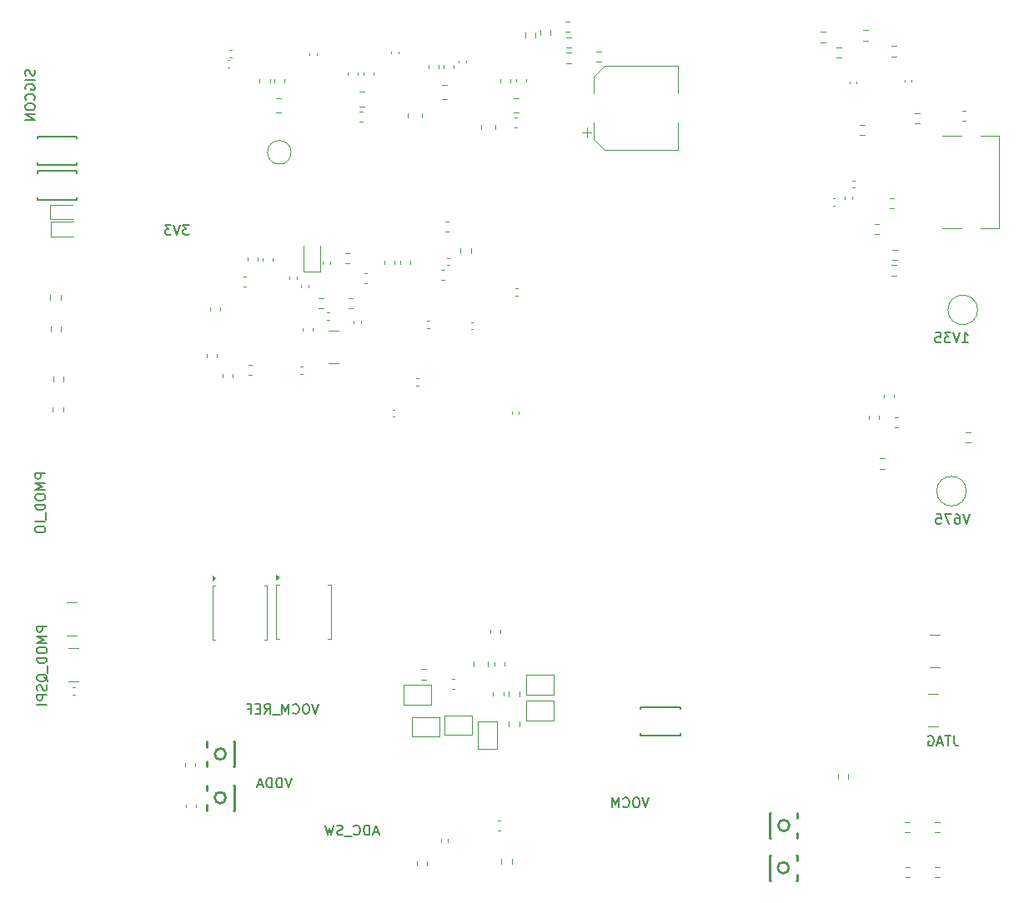
<source format=gbr>
G04 #@! TF.GenerationSoftware,KiCad,Pcbnew,9.0.3-9.0.3-0~ubuntu24.04.1*
G04 #@! TF.CreationDate,2025-07-25T17:12:14+02:00*
G04 #@! TF.ProjectId,acoustic-carrier-board,61636f75-7374-4696-932d-636172726965,rev?*
G04 #@! TF.SameCoordinates,Original*
G04 #@! TF.FileFunction,Legend,Bot*
G04 #@! TF.FilePolarity,Positive*
%FSLAX46Y46*%
G04 Gerber Fmt 4.6, Leading zero omitted, Abs format (unit mm)*
G04 Created by KiCad (PCBNEW 9.0.3-9.0.3-0~ubuntu24.04.1) date 2025-07-25 17:12:14*
%MOMM*%
%LPD*%
G01*
G04 APERTURE LIST*
%ADD10C,0.160000*%
%ADD11C,0.127000*%
%ADD12C,0.120000*%
%ADD13C,0.254000*%
G04 APERTURE END LIST*
D10*
X141182832Y-86709299D02*
X141754260Y-86709299D01*
X141468546Y-86709299D02*
X141468546Y-85709299D01*
X141468546Y-85709299D02*
X141563784Y-85852156D01*
X141563784Y-85852156D02*
X141659022Y-85947394D01*
X141659022Y-85947394D02*
X141754260Y-85995013D01*
X140897117Y-85709299D02*
X140563784Y-86709299D01*
X140563784Y-86709299D02*
X140230451Y-85709299D01*
X139992355Y-85709299D02*
X139373308Y-85709299D01*
X139373308Y-85709299D02*
X139706641Y-86090251D01*
X139706641Y-86090251D02*
X139563784Y-86090251D01*
X139563784Y-86090251D02*
X139468546Y-86137870D01*
X139468546Y-86137870D02*
X139420927Y-86185489D01*
X139420927Y-86185489D02*
X139373308Y-86280727D01*
X139373308Y-86280727D02*
X139373308Y-86518822D01*
X139373308Y-86518822D02*
X139420927Y-86614060D01*
X139420927Y-86614060D02*
X139468546Y-86661680D01*
X139468546Y-86661680D02*
X139563784Y-86709299D01*
X139563784Y-86709299D02*
X139849498Y-86709299D01*
X139849498Y-86709299D02*
X139944736Y-86661680D01*
X139944736Y-86661680D02*
X139992355Y-86614060D01*
X138468546Y-85709299D02*
X138944736Y-85709299D01*
X138944736Y-85709299D02*
X138992355Y-86185489D01*
X138992355Y-86185489D02*
X138944736Y-86137870D01*
X138944736Y-86137870D02*
X138849498Y-86090251D01*
X138849498Y-86090251D02*
X138611403Y-86090251D01*
X138611403Y-86090251D02*
X138516165Y-86137870D01*
X138516165Y-86137870D02*
X138468546Y-86185489D01*
X138468546Y-86185489D02*
X138420927Y-86280727D01*
X138420927Y-86280727D02*
X138420927Y-86518822D01*
X138420927Y-86518822D02*
X138468546Y-86614060D01*
X138468546Y-86614060D02*
X138516165Y-86661680D01*
X138516165Y-86661680D02*
X138611403Y-86709299D01*
X138611403Y-86709299D02*
X138849498Y-86709299D01*
X138849498Y-86709299D02*
X138944736Y-86661680D01*
X138944736Y-86661680D02*
X138992355Y-86614060D01*
X62671879Y-74759299D02*
X62052832Y-74759299D01*
X62052832Y-74759299D02*
X62386165Y-75140251D01*
X62386165Y-75140251D02*
X62243308Y-75140251D01*
X62243308Y-75140251D02*
X62148070Y-75187870D01*
X62148070Y-75187870D02*
X62100451Y-75235489D01*
X62100451Y-75235489D02*
X62052832Y-75330727D01*
X62052832Y-75330727D02*
X62052832Y-75568822D01*
X62052832Y-75568822D02*
X62100451Y-75664060D01*
X62100451Y-75664060D02*
X62148070Y-75711680D01*
X62148070Y-75711680D02*
X62243308Y-75759299D01*
X62243308Y-75759299D02*
X62529022Y-75759299D01*
X62529022Y-75759299D02*
X62624260Y-75711680D01*
X62624260Y-75711680D02*
X62671879Y-75664060D01*
X61767117Y-74759299D02*
X61433784Y-75759299D01*
X61433784Y-75759299D02*
X61100451Y-74759299D01*
X60862355Y-74759299D02*
X60243308Y-74759299D01*
X60243308Y-74759299D02*
X60576641Y-75140251D01*
X60576641Y-75140251D02*
X60433784Y-75140251D01*
X60433784Y-75140251D02*
X60338546Y-75187870D01*
X60338546Y-75187870D02*
X60290927Y-75235489D01*
X60290927Y-75235489D02*
X60243308Y-75330727D01*
X60243308Y-75330727D02*
X60243308Y-75568822D01*
X60243308Y-75568822D02*
X60290927Y-75664060D01*
X60290927Y-75664060D02*
X60338546Y-75711680D01*
X60338546Y-75711680D02*
X60433784Y-75759299D01*
X60433784Y-75759299D02*
X60719498Y-75759299D01*
X60719498Y-75759299D02*
X60814736Y-75711680D01*
X60814736Y-75711680D02*
X60862355Y-75664060D01*
X48059299Y-99973358D02*
X47059299Y-99973358D01*
X47059299Y-99973358D02*
X47059299Y-100354310D01*
X47059299Y-100354310D02*
X47106918Y-100449548D01*
X47106918Y-100449548D02*
X47154537Y-100497167D01*
X47154537Y-100497167D02*
X47249775Y-100544786D01*
X47249775Y-100544786D02*
X47392632Y-100544786D01*
X47392632Y-100544786D02*
X47487870Y-100497167D01*
X47487870Y-100497167D02*
X47535489Y-100449548D01*
X47535489Y-100449548D02*
X47583108Y-100354310D01*
X47583108Y-100354310D02*
X47583108Y-99973358D01*
X48059299Y-100973358D02*
X47059299Y-100973358D01*
X47059299Y-100973358D02*
X47773584Y-101306691D01*
X47773584Y-101306691D02*
X47059299Y-101640024D01*
X47059299Y-101640024D02*
X48059299Y-101640024D01*
X47059299Y-102306691D02*
X47059299Y-102497167D01*
X47059299Y-102497167D02*
X47106918Y-102592405D01*
X47106918Y-102592405D02*
X47202156Y-102687643D01*
X47202156Y-102687643D02*
X47392632Y-102735262D01*
X47392632Y-102735262D02*
X47725965Y-102735262D01*
X47725965Y-102735262D02*
X47916441Y-102687643D01*
X47916441Y-102687643D02*
X48011680Y-102592405D01*
X48011680Y-102592405D02*
X48059299Y-102497167D01*
X48059299Y-102497167D02*
X48059299Y-102306691D01*
X48059299Y-102306691D02*
X48011680Y-102211453D01*
X48011680Y-102211453D02*
X47916441Y-102116215D01*
X47916441Y-102116215D02*
X47725965Y-102068596D01*
X47725965Y-102068596D02*
X47392632Y-102068596D01*
X47392632Y-102068596D02*
X47202156Y-102116215D01*
X47202156Y-102116215D02*
X47106918Y-102211453D01*
X47106918Y-102211453D02*
X47059299Y-102306691D01*
X48059299Y-103163834D02*
X47059299Y-103163834D01*
X47059299Y-103163834D02*
X47059299Y-103401929D01*
X47059299Y-103401929D02*
X47106918Y-103544786D01*
X47106918Y-103544786D02*
X47202156Y-103640024D01*
X47202156Y-103640024D02*
X47297394Y-103687643D01*
X47297394Y-103687643D02*
X47487870Y-103735262D01*
X47487870Y-103735262D02*
X47630727Y-103735262D01*
X47630727Y-103735262D02*
X47821203Y-103687643D01*
X47821203Y-103687643D02*
X47916441Y-103640024D01*
X47916441Y-103640024D02*
X48011680Y-103544786D01*
X48011680Y-103544786D02*
X48059299Y-103401929D01*
X48059299Y-103401929D02*
X48059299Y-103163834D01*
X48154537Y-103925739D02*
X48154537Y-104687643D01*
X48059299Y-104925739D02*
X47059299Y-104925739D01*
X47059299Y-105592405D02*
X47059299Y-105782881D01*
X47059299Y-105782881D02*
X47106918Y-105878119D01*
X47106918Y-105878119D02*
X47202156Y-105973357D01*
X47202156Y-105973357D02*
X47392632Y-106020976D01*
X47392632Y-106020976D02*
X47725965Y-106020976D01*
X47725965Y-106020976D02*
X47916441Y-105973357D01*
X47916441Y-105973357D02*
X48011680Y-105878119D01*
X48011680Y-105878119D02*
X48059299Y-105782881D01*
X48059299Y-105782881D02*
X48059299Y-105592405D01*
X48059299Y-105592405D02*
X48011680Y-105497167D01*
X48011680Y-105497167D02*
X47916441Y-105401929D01*
X47916441Y-105401929D02*
X47725965Y-105354310D01*
X47725965Y-105354310D02*
X47392632Y-105354310D01*
X47392632Y-105354310D02*
X47202156Y-105401929D01*
X47202156Y-105401929D02*
X47106918Y-105497167D01*
X47106918Y-105497167D02*
X47059299Y-105592405D01*
X73079498Y-130929299D02*
X72746165Y-131929299D01*
X72746165Y-131929299D02*
X72412832Y-130929299D01*
X72079498Y-131929299D02*
X72079498Y-130929299D01*
X72079498Y-130929299D02*
X71841403Y-130929299D01*
X71841403Y-130929299D02*
X71698546Y-130976918D01*
X71698546Y-130976918D02*
X71603308Y-131072156D01*
X71603308Y-131072156D02*
X71555689Y-131167394D01*
X71555689Y-131167394D02*
X71508070Y-131357870D01*
X71508070Y-131357870D02*
X71508070Y-131500727D01*
X71508070Y-131500727D02*
X71555689Y-131691203D01*
X71555689Y-131691203D02*
X71603308Y-131786441D01*
X71603308Y-131786441D02*
X71698546Y-131881680D01*
X71698546Y-131881680D02*
X71841403Y-131929299D01*
X71841403Y-131929299D02*
X72079498Y-131929299D01*
X71079498Y-131929299D02*
X71079498Y-130929299D01*
X71079498Y-130929299D02*
X70841403Y-130929299D01*
X70841403Y-130929299D02*
X70698546Y-130976918D01*
X70698546Y-130976918D02*
X70603308Y-131072156D01*
X70603308Y-131072156D02*
X70555689Y-131167394D01*
X70555689Y-131167394D02*
X70508070Y-131357870D01*
X70508070Y-131357870D02*
X70508070Y-131500727D01*
X70508070Y-131500727D02*
X70555689Y-131691203D01*
X70555689Y-131691203D02*
X70603308Y-131786441D01*
X70603308Y-131786441D02*
X70698546Y-131881680D01*
X70698546Y-131881680D02*
X70841403Y-131929299D01*
X70841403Y-131929299D02*
X71079498Y-131929299D01*
X70127117Y-131643584D02*
X69650927Y-131643584D01*
X70222355Y-131929299D02*
X69889022Y-130929299D01*
X69889022Y-130929299D02*
X69555689Y-131929299D01*
X109369498Y-132949299D02*
X109036165Y-133949299D01*
X109036165Y-133949299D02*
X108702832Y-132949299D01*
X108179022Y-132949299D02*
X107988546Y-132949299D01*
X107988546Y-132949299D02*
X107893308Y-132996918D01*
X107893308Y-132996918D02*
X107798070Y-133092156D01*
X107798070Y-133092156D02*
X107750451Y-133282632D01*
X107750451Y-133282632D02*
X107750451Y-133615965D01*
X107750451Y-133615965D02*
X107798070Y-133806441D01*
X107798070Y-133806441D02*
X107893308Y-133901680D01*
X107893308Y-133901680D02*
X107988546Y-133949299D01*
X107988546Y-133949299D02*
X108179022Y-133949299D01*
X108179022Y-133949299D02*
X108274260Y-133901680D01*
X108274260Y-133901680D02*
X108369498Y-133806441D01*
X108369498Y-133806441D02*
X108417117Y-133615965D01*
X108417117Y-133615965D02*
X108417117Y-133282632D01*
X108417117Y-133282632D02*
X108369498Y-133092156D01*
X108369498Y-133092156D02*
X108274260Y-132996918D01*
X108274260Y-132996918D02*
X108179022Y-132949299D01*
X106750451Y-133854060D02*
X106798070Y-133901680D01*
X106798070Y-133901680D02*
X106940927Y-133949299D01*
X106940927Y-133949299D02*
X107036165Y-133949299D01*
X107036165Y-133949299D02*
X107179022Y-133901680D01*
X107179022Y-133901680D02*
X107274260Y-133806441D01*
X107274260Y-133806441D02*
X107321879Y-133711203D01*
X107321879Y-133711203D02*
X107369498Y-133520727D01*
X107369498Y-133520727D02*
X107369498Y-133377870D01*
X107369498Y-133377870D02*
X107321879Y-133187394D01*
X107321879Y-133187394D02*
X107274260Y-133092156D01*
X107274260Y-133092156D02*
X107179022Y-132996918D01*
X107179022Y-132996918D02*
X107036165Y-132949299D01*
X107036165Y-132949299D02*
X106940927Y-132949299D01*
X106940927Y-132949299D02*
X106798070Y-132996918D01*
X106798070Y-132996918D02*
X106750451Y-133044537D01*
X106321879Y-133949299D02*
X106321879Y-132949299D01*
X106321879Y-132949299D02*
X105988546Y-133663584D01*
X105988546Y-133663584D02*
X105655213Y-132949299D01*
X105655213Y-132949299D02*
X105655213Y-133949299D01*
X140340927Y-126669299D02*
X140340927Y-127383584D01*
X140340927Y-127383584D02*
X140388546Y-127526441D01*
X140388546Y-127526441D02*
X140483784Y-127621680D01*
X140483784Y-127621680D02*
X140626641Y-127669299D01*
X140626641Y-127669299D02*
X140721879Y-127669299D01*
X140007593Y-126669299D02*
X139436165Y-126669299D01*
X139721879Y-127669299D02*
X139721879Y-126669299D01*
X139150450Y-127383584D02*
X138674260Y-127383584D01*
X139245688Y-127669299D02*
X138912355Y-126669299D01*
X138912355Y-126669299D02*
X138579022Y-127669299D01*
X137721879Y-126716918D02*
X137817117Y-126669299D01*
X137817117Y-126669299D02*
X137959974Y-126669299D01*
X137959974Y-126669299D02*
X138102831Y-126716918D01*
X138102831Y-126716918D02*
X138198069Y-126812156D01*
X138198069Y-126812156D02*
X138245688Y-126907394D01*
X138245688Y-126907394D02*
X138293307Y-127097870D01*
X138293307Y-127097870D02*
X138293307Y-127240727D01*
X138293307Y-127240727D02*
X138245688Y-127431203D01*
X138245688Y-127431203D02*
X138198069Y-127526441D01*
X138198069Y-127526441D02*
X138102831Y-127621680D01*
X138102831Y-127621680D02*
X137959974Y-127669299D01*
X137959974Y-127669299D02*
X137864736Y-127669299D01*
X137864736Y-127669299D02*
X137721879Y-127621680D01*
X137721879Y-127621680D02*
X137674260Y-127574060D01*
X137674260Y-127574060D02*
X137674260Y-127240727D01*
X137674260Y-127240727D02*
X137864736Y-127240727D01*
X141899498Y-104129299D02*
X141566165Y-105129299D01*
X141566165Y-105129299D02*
X141232832Y-104129299D01*
X140470927Y-104129299D02*
X140661403Y-104129299D01*
X140661403Y-104129299D02*
X140756641Y-104176918D01*
X140756641Y-104176918D02*
X140804260Y-104224537D01*
X140804260Y-104224537D02*
X140899498Y-104367394D01*
X140899498Y-104367394D02*
X140947117Y-104557870D01*
X140947117Y-104557870D02*
X140947117Y-104938822D01*
X140947117Y-104938822D02*
X140899498Y-105034060D01*
X140899498Y-105034060D02*
X140851879Y-105081680D01*
X140851879Y-105081680D02*
X140756641Y-105129299D01*
X140756641Y-105129299D02*
X140566165Y-105129299D01*
X140566165Y-105129299D02*
X140470927Y-105081680D01*
X140470927Y-105081680D02*
X140423308Y-105034060D01*
X140423308Y-105034060D02*
X140375689Y-104938822D01*
X140375689Y-104938822D02*
X140375689Y-104700727D01*
X140375689Y-104700727D02*
X140423308Y-104605489D01*
X140423308Y-104605489D02*
X140470927Y-104557870D01*
X140470927Y-104557870D02*
X140566165Y-104510251D01*
X140566165Y-104510251D02*
X140756641Y-104510251D01*
X140756641Y-104510251D02*
X140851879Y-104557870D01*
X140851879Y-104557870D02*
X140899498Y-104605489D01*
X140899498Y-104605489D02*
X140947117Y-104700727D01*
X140042355Y-104129299D02*
X139375689Y-104129299D01*
X139375689Y-104129299D02*
X139804260Y-105129299D01*
X138518546Y-104129299D02*
X138994736Y-104129299D01*
X138994736Y-104129299D02*
X139042355Y-104605489D01*
X139042355Y-104605489D02*
X138994736Y-104557870D01*
X138994736Y-104557870D02*
X138899498Y-104510251D01*
X138899498Y-104510251D02*
X138661403Y-104510251D01*
X138661403Y-104510251D02*
X138566165Y-104557870D01*
X138566165Y-104557870D02*
X138518546Y-104605489D01*
X138518546Y-104605489D02*
X138470927Y-104700727D01*
X138470927Y-104700727D02*
X138470927Y-104938822D01*
X138470927Y-104938822D02*
X138518546Y-105034060D01*
X138518546Y-105034060D02*
X138566165Y-105081680D01*
X138566165Y-105081680D02*
X138661403Y-105129299D01*
X138661403Y-105129299D02*
X138899498Y-105129299D01*
X138899498Y-105129299D02*
X138994736Y-105081680D01*
X138994736Y-105081680D02*
X139042355Y-105034060D01*
X48229299Y-115543358D02*
X47229299Y-115543358D01*
X47229299Y-115543358D02*
X47229299Y-115924310D01*
X47229299Y-115924310D02*
X47276918Y-116019548D01*
X47276918Y-116019548D02*
X47324537Y-116067167D01*
X47324537Y-116067167D02*
X47419775Y-116114786D01*
X47419775Y-116114786D02*
X47562632Y-116114786D01*
X47562632Y-116114786D02*
X47657870Y-116067167D01*
X47657870Y-116067167D02*
X47705489Y-116019548D01*
X47705489Y-116019548D02*
X47753108Y-115924310D01*
X47753108Y-115924310D02*
X47753108Y-115543358D01*
X48229299Y-116543358D02*
X47229299Y-116543358D01*
X47229299Y-116543358D02*
X47943584Y-116876691D01*
X47943584Y-116876691D02*
X47229299Y-117210024D01*
X47229299Y-117210024D02*
X48229299Y-117210024D01*
X47229299Y-117876691D02*
X47229299Y-118067167D01*
X47229299Y-118067167D02*
X47276918Y-118162405D01*
X47276918Y-118162405D02*
X47372156Y-118257643D01*
X47372156Y-118257643D02*
X47562632Y-118305262D01*
X47562632Y-118305262D02*
X47895965Y-118305262D01*
X47895965Y-118305262D02*
X48086441Y-118257643D01*
X48086441Y-118257643D02*
X48181680Y-118162405D01*
X48181680Y-118162405D02*
X48229299Y-118067167D01*
X48229299Y-118067167D02*
X48229299Y-117876691D01*
X48229299Y-117876691D02*
X48181680Y-117781453D01*
X48181680Y-117781453D02*
X48086441Y-117686215D01*
X48086441Y-117686215D02*
X47895965Y-117638596D01*
X47895965Y-117638596D02*
X47562632Y-117638596D01*
X47562632Y-117638596D02*
X47372156Y-117686215D01*
X47372156Y-117686215D02*
X47276918Y-117781453D01*
X47276918Y-117781453D02*
X47229299Y-117876691D01*
X48229299Y-118733834D02*
X47229299Y-118733834D01*
X47229299Y-118733834D02*
X47229299Y-118971929D01*
X47229299Y-118971929D02*
X47276918Y-119114786D01*
X47276918Y-119114786D02*
X47372156Y-119210024D01*
X47372156Y-119210024D02*
X47467394Y-119257643D01*
X47467394Y-119257643D02*
X47657870Y-119305262D01*
X47657870Y-119305262D02*
X47800727Y-119305262D01*
X47800727Y-119305262D02*
X47991203Y-119257643D01*
X47991203Y-119257643D02*
X48086441Y-119210024D01*
X48086441Y-119210024D02*
X48181680Y-119114786D01*
X48181680Y-119114786D02*
X48229299Y-118971929D01*
X48229299Y-118971929D02*
X48229299Y-118733834D01*
X48324537Y-119495739D02*
X48324537Y-120257643D01*
X48324537Y-121162405D02*
X48276918Y-121067167D01*
X48276918Y-121067167D02*
X48181680Y-120971929D01*
X48181680Y-120971929D02*
X48038822Y-120829072D01*
X48038822Y-120829072D02*
X47991203Y-120733834D01*
X47991203Y-120733834D02*
X47991203Y-120638596D01*
X48229299Y-120686215D02*
X48181680Y-120590977D01*
X48181680Y-120590977D02*
X48086441Y-120495739D01*
X48086441Y-120495739D02*
X47895965Y-120448120D01*
X47895965Y-120448120D02*
X47562632Y-120448120D01*
X47562632Y-120448120D02*
X47372156Y-120495739D01*
X47372156Y-120495739D02*
X47276918Y-120590977D01*
X47276918Y-120590977D02*
X47229299Y-120686215D01*
X47229299Y-120686215D02*
X47229299Y-120876691D01*
X47229299Y-120876691D02*
X47276918Y-120971929D01*
X47276918Y-120971929D02*
X47372156Y-121067167D01*
X47372156Y-121067167D02*
X47562632Y-121114786D01*
X47562632Y-121114786D02*
X47895965Y-121114786D01*
X47895965Y-121114786D02*
X48086441Y-121067167D01*
X48086441Y-121067167D02*
X48181680Y-120971929D01*
X48181680Y-120971929D02*
X48229299Y-120876691D01*
X48229299Y-120876691D02*
X48229299Y-120686215D01*
X48181680Y-121495739D02*
X48229299Y-121638596D01*
X48229299Y-121638596D02*
X48229299Y-121876691D01*
X48229299Y-121876691D02*
X48181680Y-121971929D01*
X48181680Y-121971929D02*
X48134060Y-122019548D01*
X48134060Y-122019548D02*
X48038822Y-122067167D01*
X48038822Y-122067167D02*
X47943584Y-122067167D01*
X47943584Y-122067167D02*
X47848346Y-122019548D01*
X47848346Y-122019548D02*
X47800727Y-121971929D01*
X47800727Y-121971929D02*
X47753108Y-121876691D01*
X47753108Y-121876691D02*
X47705489Y-121686215D01*
X47705489Y-121686215D02*
X47657870Y-121590977D01*
X47657870Y-121590977D02*
X47610251Y-121543358D01*
X47610251Y-121543358D02*
X47515013Y-121495739D01*
X47515013Y-121495739D02*
X47419775Y-121495739D01*
X47419775Y-121495739D02*
X47324537Y-121543358D01*
X47324537Y-121543358D02*
X47276918Y-121590977D01*
X47276918Y-121590977D02*
X47229299Y-121686215D01*
X47229299Y-121686215D02*
X47229299Y-121924310D01*
X47229299Y-121924310D02*
X47276918Y-122067167D01*
X48229299Y-122495739D02*
X47229299Y-122495739D01*
X47229299Y-122495739D02*
X47229299Y-122876691D01*
X47229299Y-122876691D02*
X47276918Y-122971929D01*
X47276918Y-122971929D02*
X47324537Y-123019548D01*
X47324537Y-123019548D02*
X47419775Y-123067167D01*
X47419775Y-123067167D02*
X47562632Y-123067167D01*
X47562632Y-123067167D02*
X47657870Y-123019548D01*
X47657870Y-123019548D02*
X47705489Y-122971929D01*
X47705489Y-122971929D02*
X47753108Y-122876691D01*
X47753108Y-122876691D02*
X47753108Y-122495739D01*
X48229299Y-123495739D02*
X47229299Y-123495739D01*
X81874260Y-136473584D02*
X81398070Y-136473584D01*
X81969498Y-136759299D02*
X81636165Y-135759299D01*
X81636165Y-135759299D02*
X81302832Y-136759299D01*
X80969498Y-136759299D02*
X80969498Y-135759299D01*
X80969498Y-135759299D02*
X80731403Y-135759299D01*
X80731403Y-135759299D02*
X80588546Y-135806918D01*
X80588546Y-135806918D02*
X80493308Y-135902156D01*
X80493308Y-135902156D02*
X80445689Y-135997394D01*
X80445689Y-135997394D02*
X80398070Y-136187870D01*
X80398070Y-136187870D02*
X80398070Y-136330727D01*
X80398070Y-136330727D02*
X80445689Y-136521203D01*
X80445689Y-136521203D02*
X80493308Y-136616441D01*
X80493308Y-136616441D02*
X80588546Y-136711680D01*
X80588546Y-136711680D02*
X80731403Y-136759299D01*
X80731403Y-136759299D02*
X80969498Y-136759299D01*
X79398070Y-136664060D02*
X79445689Y-136711680D01*
X79445689Y-136711680D02*
X79588546Y-136759299D01*
X79588546Y-136759299D02*
X79683784Y-136759299D01*
X79683784Y-136759299D02*
X79826641Y-136711680D01*
X79826641Y-136711680D02*
X79921879Y-136616441D01*
X79921879Y-136616441D02*
X79969498Y-136521203D01*
X79969498Y-136521203D02*
X80017117Y-136330727D01*
X80017117Y-136330727D02*
X80017117Y-136187870D01*
X80017117Y-136187870D02*
X79969498Y-135997394D01*
X79969498Y-135997394D02*
X79921879Y-135902156D01*
X79921879Y-135902156D02*
X79826641Y-135806918D01*
X79826641Y-135806918D02*
X79683784Y-135759299D01*
X79683784Y-135759299D02*
X79588546Y-135759299D01*
X79588546Y-135759299D02*
X79445689Y-135806918D01*
X79445689Y-135806918D02*
X79398070Y-135854537D01*
X79207594Y-136854537D02*
X78445689Y-136854537D01*
X78255212Y-136711680D02*
X78112355Y-136759299D01*
X78112355Y-136759299D02*
X77874260Y-136759299D01*
X77874260Y-136759299D02*
X77779022Y-136711680D01*
X77779022Y-136711680D02*
X77731403Y-136664060D01*
X77731403Y-136664060D02*
X77683784Y-136568822D01*
X77683784Y-136568822D02*
X77683784Y-136473584D01*
X77683784Y-136473584D02*
X77731403Y-136378346D01*
X77731403Y-136378346D02*
X77779022Y-136330727D01*
X77779022Y-136330727D02*
X77874260Y-136283108D01*
X77874260Y-136283108D02*
X78064736Y-136235489D01*
X78064736Y-136235489D02*
X78159974Y-136187870D01*
X78159974Y-136187870D02*
X78207593Y-136140251D01*
X78207593Y-136140251D02*
X78255212Y-136045013D01*
X78255212Y-136045013D02*
X78255212Y-135949775D01*
X78255212Y-135949775D02*
X78207593Y-135854537D01*
X78207593Y-135854537D02*
X78159974Y-135806918D01*
X78159974Y-135806918D02*
X78064736Y-135759299D01*
X78064736Y-135759299D02*
X77826641Y-135759299D01*
X77826641Y-135759299D02*
X77683784Y-135806918D01*
X77350450Y-135759299D02*
X77112355Y-136759299D01*
X77112355Y-136759299D02*
X76921879Y-136045013D01*
X76921879Y-136045013D02*
X76731403Y-136759299D01*
X76731403Y-136759299D02*
X76493308Y-135759299D01*
X75839498Y-123444299D02*
X75506165Y-124444299D01*
X75506165Y-124444299D02*
X75172832Y-123444299D01*
X74649022Y-123444299D02*
X74458546Y-123444299D01*
X74458546Y-123444299D02*
X74363308Y-123491918D01*
X74363308Y-123491918D02*
X74268070Y-123587156D01*
X74268070Y-123587156D02*
X74220451Y-123777632D01*
X74220451Y-123777632D02*
X74220451Y-124110965D01*
X74220451Y-124110965D02*
X74268070Y-124301441D01*
X74268070Y-124301441D02*
X74363308Y-124396680D01*
X74363308Y-124396680D02*
X74458546Y-124444299D01*
X74458546Y-124444299D02*
X74649022Y-124444299D01*
X74649022Y-124444299D02*
X74744260Y-124396680D01*
X74744260Y-124396680D02*
X74839498Y-124301441D01*
X74839498Y-124301441D02*
X74887117Y-124110965D01*
X74887117Y-124110965D02*
X74887117Y-123777632D01*
X74887117Y-123777632D02*
X74839498Y-123587156D01*
X74839498Y-123587156D02*
X74744260Y-123491918D01*
X74744260Y-123491918D02*
X74649022Y-123444299D01*
X73220451Y-124349060D02*
X73268070Y-124396680D01*
X73268070Y-124396680D02*
X73410927Y-124444299D01*
X73410927Y-124444299D02*
X73506165Y-124444299D01*
X73506165Y-124444299D02*
X73649022Y-124396680D01*
X73649022Y-124396680D02*
X73744260Y-124301441D01*
X73744260Y-124301441D02*
X73791879Y-124206203D01*
X73791879Y-124206203D02*
X73839498Y-124015727D01*
X73839498Y-124015727D02*
X73839498Y-123872870D01*
X73839498Y-123872870D02*
X73791879Y-123682394D01*
X73791879Y-123682394D02*
X73744260Y-123587156D01*
X73744260Y-123587156D02*
X73649022Y-123491918D01*
X73649022Y-123491918D02*
X73506165Y-123444299D01*
X73506165Y-123444299D02*
X73410927Y-123444299D01*
X73410927Y-123444299D02*
X73268070Y-123491918D01*
X73268070Y-123491918D02*
X73220451Y-123539537D01*
X72791879Y-124444299D02*
X72791879Y-123444299D01*
X72791879Y-123444299D02*
X72458546Y-124158584D01*
X72458546Y-124158584D02*
X72125213Y-123444299D01*
X72125213Y-123444299D02*
X72125213Y-124444299D01*
X71887118Y-124539537D02*
X71125213Y-124539537D01*
X70315689Y-124444299D02*
X70649022Y-123968108D01*
X70887117Y-124444299D02*
X70887117Y-123444299D01*
X70887117Y-123444299D02*
X70506165Y-123444299D01*
X70506165Y-123444299D02*
X70410927Y-123491918D01*
X70410927Y-123491918D02*
X70363308Y-123539537D01*
X70363308Y-123539537D02*
X70315689Y-123634775D01*
X70315689Y-123634775D02*
X70315689Y-123777632D01*
X70315689Y-123777632D02*
X70363308Y-123872870D01*
X70363308Y-123872870D02*
X70410927Y-123920489D01*
X70410927Y-123920489D02*
X70506165Y-123968108D01*
X70506165Y-123968108D02*
X70887117Y-123968108D01*
X69887117Y-123920489D02*
X69553784Y-123920489D01*
X69410927Y-124444299D02*
X69887117Y-124444299D01*
X69887117Y-124444299D02*
X69887117Y-123444299D01*
X69887117Y-123444299D02*
X69410927Y-123444299D01*
X68649022Y-123920489D02*
X68982355Y-123920489D01*
X68982355Y-124444299D02*
X68982355Y-123444299D01*
X68982355Y-123444299D02*
X68506165Y-123444299D01*
X46981680Y-58985739D02*
X47029299Y-59128596D01*
X47029299Y-59128596D02*
X47029299Y-59366691D01*
X47029299Y-59366691D02*
X46981680Y-59461929D01*
X46981680Y-59461929D02*
X46934060Y-59509548D01*
X46934060Y-59509548D02*
X46838822Y-59557167D01*
X46838822Y-59557167D02*
X46743584Y-59557167D01*
X46743584Y-59557167D02*
X46648346Y-59509548D01*
X46648346Y-59509548D02*
X46600727Y-59461929D01*
X46600727Y-59461929D02*
X46553108Y-59366691D01*
X46553108Y-59366691D02*
X46505489Y-59176215D01*
X46505489Y-59176215D02*
X46457870Y-59080977D01*
X46457870Y-59080977D02*
X46410251Y-59033358D01*
X46410251Y-59033358D02*
X46315013Y-58985739D01*
X46315013Y-58985739D02*
X46219775Y-58985739D01*
X46219775Y-58985739D02*
X46124537Y-59033358D01*
X46124537Y-59033358D02*
X46076918Y-59080977D01*
X46076918Y-59080977D02*
X46029299Y-59176215D01*
X46029299Y-59176215D02*
X46029299Y-59414310D01*
X46029299Y-59414310D02*
X46076918Y-59557167D01*
X47029299Y-59985739D02*
X46029299Y-59985739D01*
X46076918Y-60985738D02*
X46029299Y-60890500D01*
X46029299Y-60890500D02*
X46029299Y-60747643D01*
X46029299Y-60747643D02*
X46076918Y-60604786D01*
X46076918Y-60604786D02*
X46172156Y-60509548D01*
X46172156Y-60509548D02*
X46267394Y-60461929D01*
X46267394Y-60461929D02*
X46457870Y-60414310D01*
X46457870Y-60414310D02*
X46600727Y-60414310D01*
X46600727Y-60414310D02*
X46791203Y-60461929D01*
X46791203Y-60461929D02*
X46886441Y-60509548D01*
X46886441Y-60509548D02*
X46981680Y-60604786D01*
X46981680Y-60604786D02*
X47029299Y-60747643D01*
X47029299Y-60747643D02*
X47029299Y-60842881D01*
X47029299Y-60842881D02*
X46981680Y-60985738D01*
X46981680Y-60985738D02*
X46934060Y-61033357D01*
X46934060Y-61033357D02*
X46600727Y-61033357D01*
X46600727Y-61033357D02*
X46600727Y-60842881D01*
X46934060Y-62033357D02*
X46981680Y-61985738D01*
X46981680Y-61985738D02*
X47029299Y-61842881D01*
X47029299Y-61842881D02*
X47029299Y-61747643D01*
X47029299Y-61747643D02*
X46981680Y-61604786D01*
X46981680Y-61604786D02*
X46886441Y-61509548D01*
X46886441Y-61509548D02*
X46791203Y-61461929D01*
X46791203Y-61461929D02*
X46600727Y-61414310D01*
X46600727Y-61414310D02*
X46457870Y-61414310D01*
X46457870Y-61414310D02*
X46267394Y-61461929D01*
X46267394Y-61461929D02*
X46172156Y-61509548D01*
X46172156Y-61509548D02*
X46076918Y-61604786D01*
X46076918Y-61604786D02*
X46029299Y-61747643D01*
X46029299Y-61747643D02*
X46029299Y-61842881D01*
X46029299Y-61842881D02*
X46076918Y-61985738D01*
X46076918Y-61985738D02*
X46124537Y-62033357D01*
X46029299Y-62652405D02*
X46029299Y-62842881D01*
X46029299Y-62842881D02*
X46076918Y-62938119D01*
X46076918Y-62938119D02*
X46172156Y-63033357D01*
X46172156Y-63033357D02*
X46362632Y-63080976D01*
X46362632Y-63080976D02*
X46695965Y-63080976D01*
X46695965Y-63080976D02*
X46886441Y-63033357D01*
X46886441Y-63033357D02*
X46981680Y-62938119D01*
X46981680Y-62938119D02*
X47029299Y-62842881D01*
X47029299Y-62842881D02*
X47029299Y-62652405D01*
X47029299Y-62652405D02*
X46981680Y-62557167D01*
X46981680Y-62557167D02*
X46886441Y-62461929D01*
X46886441Y-62461929D02*
X46695965Y-62414310D01*
X46695965Y-62414310D02*
X46362632Y-62414310D01*
X46362632Y-62414310D02*
X46172156Y-62461929D01*
X46172156Y-62461929D02*
X46076918Y-62557167D01*
X46076918Y-62557167D02*
X46029299Y-62652405D01*
X47029299Y-63509548D02*
X46029299Y-63509548D01*
X46029299Y-63509548D02*
X47029299Y-64080976D01*
X47029299Y-64080976D02*
X46029299Y-64080976D01*
D11*
X108520000Y-123730000D02*
X108520000Y-123960000D01*
X108520000Y-126400000D02*
X108520000Y-126630000D01*
X108520000Y-126630000D02*
X112520000Y-126630000D01*
X112520000Y-123730000D02*
X108520000Y-123730000D01*
X112520000Y-123730000D02*
X112520000Y-123960000D01*
X112520000Y-126630000D02*
X112520000Y-126400000D01*
D12*
X71493748Y-61860000D02*
X72016252Y-61860000D01*
X71493748Y-63330000D02*
X72016252Y-63330000D01*
X78745000Y-59505580D02*
X78745000Y-59224420D01*
X79765000Y-59505580D02*
X79765000Y-59224420D01*
X88610000Y-124600000D02*
X88610000Y-126600000D01*
X88610000Y-126600000D02*
X91410000Y-126600000D01*
X91410000Y-124600000D02*
X88610000Y-124600000D01*
X91410000Y-126600000D02*
X91410000Y-124600000D01*
D11*
X47250000Y-69270000D02*
X47250000Y-69500000D01*
X47250000Y-72170000D02*
X47250000Y-71940000D01*
X47250000Y-72170000D02*
X51250000Y-72170000D01*
X51250000Y-69270000D02*
X47250000Y-69270000D01*
X51250000Y-69500000D02*
X51250000Y-69270000D01*
X51250000Y-72170000D02*
X51250000Y-71940000D01*
D12*
X48847500Y-93262742D02*
X48847500Y-93737258D01*
X49892500Y-93262742D02*
X49892500Y-93737258D01*
X94001920Y-135270000D02*
X94283080Y-135270000D01*
X94001920Y-136290000D02*
X94283080Y-136290000D01*
X95890000Y-60220580D02*
X95890000Y-59939420D01*
X96910000Y-60220580D02*
X96910000Y-59939420D01*
X68630000Y-78412779D02*
X68630000Y-78087221D01*
X69650000Y-78412779D02*
X69650000Y-78087221D01*
X141167221Y-63170000D02*
X141492779Y-63170000D01*
X141167221Y-64190000D02*
X141492779Y-64190000D01*
X128537500Y-131054724D02*
X128537500Y-130545276D01*
X129582500Y-131054724D02*
X129582500Y-130545276D01*
X142730000Y-83380000D02*
G75*
G02*
X139730000Y-83380000I-1500000J0D01*
G01*
X139730000Y-83380000D02*
G75*
G02*
X142730000Y-83380000I1500000J0D01*
G01*
X141580000Y-101800000D02*
G75*
G02*
X138580000Y-101800000I-1500000J0D01*
G01*
X138580000Y-101800000D02*
G75*
G02*
X141580000Y-101800000I1500000J0D01*
G01*
X73030000Y-67370000D02*
G75*
G02*
X70630000Y-67370000I-1200000J0D01*
G01*
X70630000Y-67370000D02*
G75*
G02*
X73030000Y-67370000I1200000J0D01*
G01*
X134497258Y-78847500D02*
X134022742Y-78847500D01*
X134497258Y-79892500D02*
X134022742Y-79892500D01*
X93675000Y-119207221D02*
X93675000Y-119532779D01*
X94695000Y-119207221D02*
X94695000Y-119532779D01*
X139130000Y-65670000D02*
X141130000Y-65670000D01*
X139130000Y-75070000D02*
X141130000Y-75070000D01*
X143030000Y-65670000D02*
X144930000Y-65670000D01*
X143030000Y-75070000D02*
X144930000Y-75070000D01*
X144930000Y-65670000D02*
X144930000Y-75070000D01*
X135320000Y-60207836D02*
X135320000Y-59992164D01*
X136040000Y-60207836D02*
X136040000Y-59992164D01*
X131682250Y-94167170D02*
X131682250Y-94448330D01*
X132702250Y-94167170D02*
X132702250Y-94448330D01*
X89344420Y-120860000D02*
X89625580Y-120860000D01*
X89344420Y-121880000D02*
X89625580Y-121880000D01*
X70150000Y-78099420D02*
X70150000Y-78380580D01*
X71170000Y-78099420D02*
X71170000Y-78380580D01*
X100952744Y-55657499D02*
X101427260Y-55657499D01*
X100952744Y-56702499D02*
X101427260Y-56702499D01*
X79350000Y-84773641D02*
X79350000Y-84466359D01*
X80110000Y-84773641D02*
X80110000Y-84466359D01*
X95137500Y-122162742D02*
X95137500Y-122637258D01*
X96182500Y-122162742D02*
X96182500Y-122637258D01*
X134267258Y-72007500D02*
X133792742Y-72007500D01*
X134267258Y-73052500D02*
X133792742Y-73052500D01*
X72860000Y-80273641D02*
X72860000Y-79966359D01*
X73620000Y-80273641D02*
X73620000Y-79966359D01*
X62300000Y-129756267D02*
X62300000Y-129463733D01*
X63320000Y-129756267D02*
X63320000Y-129463733D01*
X129732500Y-60375336D02*
X129732500Y-60159664D01*
X130452500Y-60375336D02*
X130452500Y-60159664D01*
X138910000Y-116370000D02*
X137910000Y-116370000D01*
X138910000Y-119730000D02*
X137910000Y-119730000D01*
X50826359Y-121760000D02*
X51133641Y-121760000D01*
X50826359Y-122520000D02*
X51133641Y-122520000D01*
X74310000Y-79520000D02*
X74310000Y-76860000D01*
X76010000Y-79520000D02*
X74310000Y-79520000D01*
X76010000Y-79520000D02*
X76010000Y-76860000D01*
X50250000Y-113140000D02*
X51250000Y-113140000D01*
X50250000Y-116500000D02*
X51250000Y-116500000D01*
X134299471Y-94277750D02*
X134625029Y-94277750D01*
X134299471Y-95297750D02*
X134625029Y-95297750D01*
X88220000Y-137457621D02*
X88220000Y-137122379D01*
X88980000Y-137457621D02*
X88980000Y-137122379D01*
X82500000Y-78700580D02*
X82500000Y-78419420D01*
X83520000Y-78700580D02*
X83520000Y-78419420D01*
X90222500Y-77607258D02*
X90222500Y-77132742D01*
X91267500Y-77607258D02*
X91267500Y-77132742D01*
X74895000Y-57277164D02*
X74895000Y-57492836D01*
X75615000Y-57277164D02*
X75615000Y-57492836D01*
X78957258Y-77627500D02*
X78482742Y-77627500D01*
X78957258Y-78672500D02*
X78482742Y-78672500D01*
X138892258Y-135437500D02*
X138417742Y-135437500D01*
X138892258Y-136482500D02*
X138417742Y-136482500D01*
X64832500Y-83425580D02*
X64832500Y-83144420D01*
X65852500Y-83425580D02*
X65852500Y-83144420D01*
X138892258Y-139987500D02*
X138417742Y-139987500D01*
X138892258Y-141032500D02*
X138417742Y-141032500D01*
X80765580Y-79620000D02*
X80484420Y-79620000D01*
X80765580Y-80640000D02*
X80484420Y-80640000D01*
X102537500Y-65360000D02*
X103537500Y-65360000D01*
X103037500Y-65860000D02*
X103037500Y-64860000D01*
X103777500Y-59654437D02*
X103777500Y-61340000D01*
X103777500Y-59654437D02*
X104841937Y-58590000D01*
X103777500Y-66045563D02*
X103777500Y-64360000D01*
X103777500Y-66045563D02*
X104841937Y-67110000D01*
X104841937Y-58590000D02*
X112297500Y-58590000D01*
X104841937Y-67110000D02*
X112297500Y-67110000D01*
X112297500Y-58590000D02*
X112297500Y-61340000D01*
X112297500Y-67110000D02*
X112297500Y-64360000D01*
X136857258Y-63397500D02*
X136382742Y-63397500D01*
X136857258Y-64442500D02*
X136382742Y-64442500D01*
X95420000Y-93712164D02*
X95420000Y-93927836D01*
X96140000Y-93712164D02*
X96140000Y-93927836D01*
X96860000Y-123100000D02*
X96860000Y-125100000D01*
X96860000Y-125100000D02*
X99660000Y-125100000D01*
X99660000Y-123100000D02*
X96860000Y-123100000D01*
X99660000Y-125100000D02*
X99660000Y-123100000D01*
X91302164Y-84640000D02*
X91517836Y-84640000D01*
X91302164Y-85360000D02*
X91517836Y-85360000D01*
X85937836Y-90340000D02*
X85722164Y-90340000D01*
X85937836Y-91060000D02*
X85722164Y-91060000D01*
X134072742Y-77287500D02*
X134547258Y-77287500D01*
X134072742Y-78332500D02*
X134547258Y-78332500D01*
X76830000Y-85470000D02*
X77830000Y-85470000D01*
X76830000Y-88830000D02*
X77830000Y-88830000D01*
X96860000Y-120500000D02*
X96860000Y-122500000D01*
X96860000Y-122500000D02*
X99660000Y-122500000D01*
X99660000Y-120500000D02*
X96860000Y-120500000D01*
X99660000Y-122500000D02*
X99660000Y-120500000D01*
X135842258Y-135437500D02*
X135367742Y-135437500D01*
X135842258Y-136482500D02*
X135367742Y-136482500D01*
X87057836Y-84510000D02*
X86842164Y-84510000D01*
X87057836Y-85230000D02*
X86842164Y-85230000D01*
X92305000Y-64592936D02*
X92305000Y-65047064D01*
X93775000Y-64592936D02*
X93775000Y-65047064D01*
X86995000Y-58805580D02*
X86995000Y-58524420D01*
X88015000Y-58805580D02*
X88015000Y-58524420D01*
X128237836Y-72060000D02*
X128022164Y-72060000D01*
X128237836Y-72780000D02*
X128022164Y-72780000D01*
X48627500Y-85567258D02*
X48627500Y-85092742D01*
X49672500Y-85567258D02*
X49672500Y-85092742D01*
X65085000Y-111410000D02*
X65355000Y-111410000D01*
X65085000Y-114170000D02*
X65085000Y-111410000D01*
X65085000Y-114170000D02*
X65085000Y-116930000D01*
X65085000Y-116930000D02*
X65355000Y-116930000D01*
X70605000Y-111410000D02*
X70335000Y-111410000D01*
X70605000Y-114170000D02*
X70605000Y-111410000D01*
X70605000Y-114170000D02*
X70605000Y-116930000D01*
X70605000Y-116930000D02*
X70335000Y-116930000D01*
X65355000Y-110645000D02*
X65025000Y-110885000D01*
X65025000Y-110405000D01*
X65355000Y-110645000D01*
G36*
X65355000Y-110645000D02*
G01*
X65025000Y-110885000D01*
X65025000Y-110405000D01*
X65355000Y-110645000D01*
G37*
D13*
X121657500Y-134510160D02*
X121724000Y-134510160D01*
X121657500Y-135049160D02*
X121657500Y-134510160D01*
X121657500Y-135049160D02*
X121657500Y-136511160D01*
X121657500Y-137050160D02*
X121657500Y-136511160D01*
X121724000Y-137050160D02*
X121657500Y-137050160D01*
X124386000Y-134510160D02*
X124452500Y-134510160D01*
X124452500Y-134510160D02*
X124452500Y-135049160D01*
X124452500Y-136511160D02*
X124452500Y-137050160D01*
X124452500Y-137050160D02*
X124386000Y-137050160D01*
X123623000Y-135780160D02*
G75*
G02*
X122487000Y-135780160I-568000J0D01*
G01*
X122487000Y-135780160D02*
G75*
G02*
X123623000Y-135780160I568000J0D01*
G01*
X64445000Y-127250000D02*
X64511500Y-127250000D01*
X64445000Y-127789000D02*
X64445000Y-127250000D01*
X64445000Y-129790000D02*
X64445000Y-129251000D01*
X64511500Y-129790000D02*
X64445000Y-129790000D01*
X67173500Y-127250000D02*
X67240000Y-127250000D01*
X67240000Y-127250000D02*
X67240000Y-127789000D01*
X67240000Y-129251000D02*
X67240000Y-127789000D01*
X67240000Y-129251000D02*
X67240000Y-129790000D01*
X67240000Y-129790000D02*
X67173500Y-129790000D01*
X66410500Y-128520000D02*
G75*
G02*
X65274500Y-128520000I-568000J0D01*
G01*
X65274500Y-128520000D02*
G75*
G02*
X66410500Y-128520000I568000J0D01*
G01*
D12*
X66777836Y-58000000D02*
X66562164Y-58000000D01*
X66777836Y-58720000D02*
X66562164Y-58720000D01*
X132747258Y-74665500D02*
X132272742Y-74665500D01*
X132747258Y-75710500D02*
X132272742Y-75710500D01*
X48555000Y-72675000D02*
X50840000Y-72675000D01*
X48555000Y-74145000D02*
X48555000Y-72675000D01*
X50840000Y-74145000D02*
X48555000Y-74145000D01*
X74190000Y-85209420D02*
X74190000Y-85490580D01*
X75210000Y-85209420D02*
X75210000Y-85490580D01*
X93550000Y-122284420D02*
X93550000Y-122565580D01*
X94570000Y-122284420D02*
X94570000Y-122565580D01*
X95643748Y-61880000D02*
X96166252Y-61880000D01*
X95643748Y-63350000D02*
X96166252Y-63350000D01*
X91550000Y-119631252D02*
X91550000Y-119108748D01*
X93020000Y-119631252D02*
X93020000Y-119108748D01*
X84460000Y-121500000D02*
X84460000Y-123500000D01*
X84460000Y-123500000D02*
X87260000Y-123500000D01*
X87260000Y-121500000D02*
X84460000Y-121500000D01*
X87260000Y-123500000D02*
X87260000Y-121500000D01*
X131132742Y-54967500D02*
X131607258Y-54967500D01*
X131132742Y-56012500D02*
X131607258Y-56012500D01*
X132824992Y-98465250D02*
X133299508Y-98465250D01*
X132824992Y-99510250D02*
X133299508Y-99510250D01*
X50450000Y-117780000D02*
X51450000Y-117780000D01*
X50450000Y-121140000D02*
X51450000Y-121140000D01*
X95137500Y-125222742D02*
X95137500Y-125697258D01*
X96182500Y-125222742D02*
X96182500Y-125697258D01*
X67023641Y-56980000D02*
X66716359Y-56980000D01*
X67023641Y-57740000D02*
X66716359Y-57740000D01*
X64480000Y-87854721D02*
X64480000Y-88180279D01*
X65500000Y-87854721D02*
X65500000Y-88180279D01*
X141537742Y-95827500D02*
X142012258Y-95827500D01*
X141537742Y-96872500D02*
X142012258Y-96872500D01*
X62350000Y-133956267D02*
X62350000Y-133663733D01*
X63370000Y-133956267D02*
X63370000Y-133663733D01*
X135392742Y-139987500D02*
X135867258Y-139987500D01*
X135392742Y-141032500D02*
X135867258Y-141032500D01*
X84080000Y-78700580D02*
X84080000Y-78419420D01*
X85100000Y-78700580D02*
X85100000Y-78419420D01*
X76953641Y-83640000D02*
X76646359Y-83640000D01*
X76953641Y-84400000D02*
X76646359Y-84400000D01*
X85807500Y-139412742D02*
X85807500Y-139887258D01*
X86852500Y-139412742D02*
X86852500Y-139887258D01*
X98317500Y-55442224D02*
X98317500Y-54932776D01*
X99362500Y-55442224D02*
X99362500Y-54932776D01*
D11*
X47255000Y-65730000D02*
X47255000Y-65960000D01*
X47255000Y-68630000D02*
X47255000Y-68400000D01*
X47255000Y-68630000D02*
X51255000Y-68630000D01*
X51255000Y-65730000D02*
X47255000Y-65730000D01*
X51255000Y-65960000D02*
X51255000Y-65730000D01*
X51255000Y-68630000D02*
X51255000Y-68400000D01*
D12*
X84845000Y-63372936D02*
X84845000Y-63827064D01*
X86315000Y-63372936D02*
X86315000Y-63827064D01*
X78852742Y-82177500D02*
X79327258Y-82177500D01*
X78852742Y-83222500D02*
X79327258Y-83222500D01*
X94310000Y-60250580D02*
X94310000Y-59969420D01*
X95330000Y-60250580D02*
X95330000Y-59969420D01*
X66040000Y-90202779D02*
X66040000Y-89877221D01*
X67060000Y-90202779D02*
X67060000Y-89877221D01*
X48887500Y-90152742D02*
X48887500Y-90627258D01*
X49932500Y-90152742D02*
X49932500Y-90627258D01*
X100952744Y-57257499D02*
X101427260Y-57257499D01*
X100952744Y-58302499D02*
X101427260Y-58302499D01*
X91960000Y-125200000D02*
X91960000Y-128000000D01*
X91960000Y-128000000D02*
X93960000Y-128000000D01*
X93960000Y-125200000D02*
X91960000Y-125200000D01*
X93960000Y-128000000D02*
X93960000Y-125200000D01*
X89067836Y-78110000D02*
X88852164Y-78110000D01*
X89067836Y-78830000D02*
X88852164Y-78830000D01*
X48605000Y-74425000D02*
X50890000Y-74425000D01*
X48605000Y-75895000D02*
X48605000Y-74425000D01*
X50890000Y-75895000D02*
X48605000Y-75895000D01*
X48587500Y-82327258D02*
X48587500Y-81852742D01*
X49632500Y-82327258D02*
X49632500Y-81852742D01*
X68473080Y-79975000D02*
X68191920Y-79975000D01*
X68473080Y-80995000D02*
X68191920Y-80995000D01*
X69845000Y-60235580D02*
X69845000Y-59954420D01*
X70865000Y-60235580D02*
X70865000Y-59954420D01*
X88495000Y-58805580D02*
X88495000Y-58524420D01*
X89515000Y-58805580D02*
X89515000Y-58524420D01*
X130217836Y-70248000D02*
X130002164Y-70248000D01*
X130217836Y-70968000D02*
X130002164Y-70968000D01*
X83207500Y-57107164D02*
X83207500Y-57322836D01*
X83927500Y-57107164D02*
X83927500Y-57322836D01*
X76250000Y-78456359D02*
X76250000Y-78763641D01*
X77010000Y-78456359D02*
X77010000Y-78763641D01*
X80345000Y-59505580D02*
X80345000Y-59224420D01*
X81365000Y-59505580D02*
X81365000Y-59224420D01*
X131267258Y-64597500D02*
X130792742Y-64597500D01*
X131267258Y-65642500D02*
X130792742Y-65642500D01*
X129250000Y-72095836D02*
X129250000Y-71880164D01*
X129970000Y-72095836D02*
X129970000Y-71880164D01*
X104032742Y-57137500D02*
X104507258Y-57137500D01*
X104032742Y-58182500D02*
X104507258Y-58182500D01*
X88343748Y-60530000D02*
X88866252Y-60530000D01*
X88343748Y-62000000D02*
X88866252Y-62000000D01*
X128392742Y-56687500D02*
X128867258Y-56687500D01*
X128392742Y-57732500D02*
X128867258Y-57732500D01*
X71525000Y-111340000D02*
X71795000Y-111340000D01*
X71525000Y-114100000D02*
X71525000Y-111340000D01*
X71525000Y-114100000D02*
X71525000Y-116860000D01*
X71525000Y-116860000D02*
X71795000Y-116860000D01*
X77045000Y-111340000D02*
X76775000Y-111340000D01*
X77045000Y-114100000D02*
X77045000Y-111340000D01*
X77045000Y-114100000D02*
X77045000Y-116860000D01*
X77045000Y-116860000D02*
X76775000Y-116860000D01*
X71795000Y-110575000D02*
X71465000Y-110815000D01*
X71465000Y-110335000D01*
X71795000Y-110575000D01*
G36*
X71795000Y-110575000D02*
G01*
X71465000Y-110815000D01*
X71465000Y-110335000D01*
X71795000Y-110575000D01*
G37*
X96047836Y-81210000D02*
X95832164Y-81210000D01*
X96047836Y-81930000D02*
X95832164Y-81930000D01*
X75822742Y-82207500D02*
X76297258Y-82207500D01*
X75822742Y-83252500D02*
X76297258Y-83252500D01*
X95679420Y-63860000D02*
X95960580Y-63860000D01*
X95679420Y-64880000D02*
X95960580Y-64880000D01*
X93275000Y-116210580D02*
X93275000Y-115929420D01*
X94295000Y-116210580D02*
X94295000Y-115929420D01*
X134017742Y-56577500D02*
X134492258Y-56577500D01*
X134017742Y-57622500D02*
X134492258Y-57622500D01*
X126792742Y-55137500D02*
X127267258Y-55137500D01*
X126792742Y-56182500D02*
X127267258Y-56182500D01*
X74207836Y-89140000D02*
X73992164Y-89140000D01*
X74207836Y-89860000D02*
X73992164Y-89860000D01*
X101342258Y-54097500D02*
X100867742Y-54097500D01*
X101342258Y-55142500D02*
X100867742Y-55142500D01*
X71345000Y-60235580D02*
X71345000Y-59954420D01*
X72365000Y-60235580D02*
X72365000Y-59954420D01*
X88699721Y-74400000D02*
X89025279Y-74400000D01*
X88699721Y-75420000D02*
X89025279Y-75420000D01*
X83547836Y-93500000D02*
X83332164Y-93500000D01*
X83547836Y-94220000D02*
X83332164Y-94220000D01*
D13*
X121607500Y-138810160D02*
X121674000Y-138810160D01*
X121607500Y-139349160D02*
X121607500Y-138810160D01*
X121607500Y-139349160D02*
X121607500Y-140811160D01*
X121607500Y-141350160D02*
X121607500Y-140811160D01*
X121674000Y-141350160D02*
X121607500Y-141350160D01*
X124336000Y-138810160D02*
X124402500Y-138810160D01*
X124402500Y-138810160D02*
X124402500Y-139349160D01*
X124402500Y-140811160D02*
X124402500Y-141350160D01*
X124402500Y-141350160D02*
X124336000Y-141350160D01*
X123573000Y-140080160D02*
G75*
G02*
X122437000Y-140080160I-568000J0D01*
G01*
X122437000Y-140080160D02*
G75*
G02*
X123573000Y-140080160I568000J0D01*
G01*
D12*
X86252742Y-119907500D02*
X86727258Y-119907500D01*
X86252742Y-120952500D02*
X86727258Y-120952500D01*
D13*
X64432500Y-131690000D02*
X64499000Y-131690000D01*
X64432500Y-132229000D02*
X64432500Y-131690000D01*
X64432500Y-134230000D02*
X64432500Y-133691000D01*
X64499000Y-134230000D02*
X64432500Y-134230000D01*
X67161000Y-131690000D02*
X67227500Y-131690000D01*
X67227500Y-131690000D02*
X67227500Y-132229000D01*
X67227500Y-133691000D02*
X67227500Y-132229000D01*
X67227500Y-133691000D02*
X67227500Y-134230000D01*
X67227500Y-134230000D02*
X67161000Y-134230000D01*
X66398000Y-132960000D02*
G75*
G02*
X65262000Y-132960000I-568000J0D01*
G01*
X65262000Y-132960000D02*
G75*
G02*
X66398000Y-132960000I568000J0D01*
G01*
D12*
X138730000Y-122380000D02*
X137730000Y-122380000D01*
X138730000Y-125740000D02*
X137730000Y-125740000D01*
X68729420Y-88990000D02*
X69010580Y-88990000D01*
X68729420Y-90010000D02*
X69010580Y-90010000D01*
X133192250Y-92298330D02*
X133192250Y-92017170D01*
X134212250Y-92298330D02*
X134212250Y-92017170D01*
X88570580Y-79290000D02*
X88289420Y-79290000D01*
X88570580Y-80310000D02*
X88289420Y-80310000D01*
X94387500Y-139192742D02*
X94387500Y-139667258D01*
X95432500Y-139192742D02*
X95432500Y-139667258D01*
X79989420Y-63210000D02*
X80270580Y-63210000D01*
X79989420Y-64230000D02*
X80270580Y-64230000D01*
X96787500Y-55212742D02*
X96787500Y-55687258D01*
X97832500Y-55212742D02*
X97832500Y-55687258D01*
X74000000Y-81113641D02*
X74000000Y-80806359D01*
X74760000Y-81113641D02*
X74760000Y-80806359D01*
X90070000Y-58057164D02*
X90070000Y-58272836D01*
X90790000Y-58057164D02*
X90790000Y-58272836D01*
X79958748Y-61235000D02*
X80481252Y-61235000D01*
X79958748Y-62705000D02*
X80481252Y-62705000D01*
X85290000Y-124760000D02*
X85290000Y-126760000D01*
X85290000Y-126760000D02*
X88090000Y-126760000D01*
X88090000Y-124760000D02*
X85290000Y-124760000D01*
X88090000Y-126760000D02*
X88090000Y-124760000D01*
M02*

</source>
